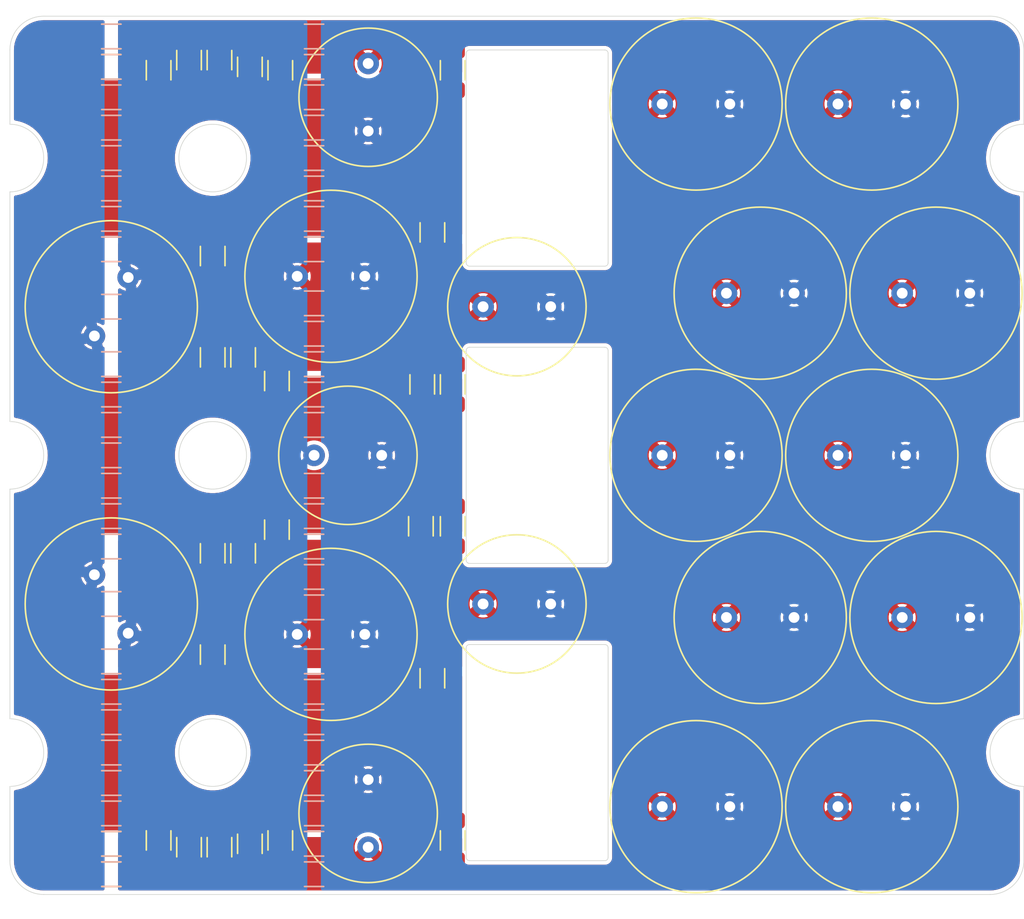
<source format=kicad_pcb>
(kicad_pcb (version 20241229) (generator "pcbnew") (generator_version "9.0")
  (layers (0 "F.Cu" signal) (2 "B.Cu" signal) (13 "F.Paste" user) (15 "B.Paste" user) (5 "F.SilkS" user "F.Silkscreen") (7 "B.SilkS" user "B.Silkscreen") (1 "F.Mask" user) (3 "B.Mask" user) (25 "Edge.Cuts" user))
  (net 0 "")
  (net 1 "VBUS")
  (net 2 "GNDPWR")
  (footprint "Capacitor_THT:C_Radial_D12.5mm_H20.0mm_P5.00mm" (layer "F.Cu") (at 33.75 63.165064 120)
    (property "Reference" "C87" (hide yes))
    (property "Value" "220u")
    (pad "1" thru_hole circle (at 0 0 120) (size 1.6 1.6) (drill 0.8) (layers "*.Cu" "*.Mask") (net 1 "VBUS"))
    (pad "2" thru_hole circle (at 5 0 120) (size 1.6 1.6) (drill 0.8) (layers "*.Cu" "*.Mask") (net 2 "GNDPWR"))
  )
  (footprint "Capacitor_SMD:C_1206_3216Metric" (layer "F.Cu") (at 44.75 44.5 -90)
    (property "Reference" "C63" (hide yes))
    (property "Value" "2u2")
    (pad "1" smd roundrect (at -1.475 0 270) (size 1.15 1.8) (layers "F.Cu" "F.Mask" "F.Paste") (roundrect_rratio 0.217391) (net 1 "VBUS"))
    (pad "2" smd roundrect (at 1.475 0 270) (size 1.15 1.8) (layers "F.Cu" "F.Mask" "F.Paste") (roundrect_rratio 0.217391) (net 2 "GNDPWR"))
  )
  (footprint "Capacitor_SMD:C_1206_3216Metric" (layer "F.Cu") (at 38.25 79 90)
    (property "Reference" "C70" (hide yes))
    (property "Value" "2u2")
    (pad "1" smd roundrect (at -1.475 0 90) (size 1.15 1.8) (layers "F.Cu" "F.Mask" "F.Paste") (roundrect_rratio 0.217391) (net 1 "VBUS"))
    (pad "2" smd roundrect (at 1.475 0 90) (size 1.15 1.8) (layers "F.Cu" "F.Mask" "F.Paste") (roundrect_rratio 0.217391) (net 2 "GNDPWR"))
  )
  (footprint "Capacitor_SMD:C_1206_3216Metric" (layer "F.Cu") (at 57.75 44.75 -90)
    (property "Reference" "C81" (hide yes))
    (property "Value" "2u2")
    (pad "1" smd roundrect (at -1.475001 0 270) (size 1.15 1.8) (layers "F.Cu" "F.Mask" "F.Paste") (roundrect_rratio 0.217391) (net 1 "VBUS"))
    (pad "2" smd roundrect (at 1.475001 0 270) (size 1.15 1.8) (layers "F.Cu" "F.Mask" "F.Paste") (roundrect_rratio 0.217391) (net 2 "GNDPWR"))
  )
  (footprint "Capacitor_THT:C_Radial_D12.5mm_H20.0mm_P5.00mm" (layer "F.Cu") (at 73.25 76)
    (property "Reference" "C99" (hide yes))
    (property "Value" "220u")
    (pad "1" thru_hole circle (at 0 0) (size 1.6 1.6) (drill 0.8) (layers "*.Cu" "*.Mask") (net 1 "VBUS"))
    (pad "2" thru_hole circle (at 5 0) (size 1.6 1.6) (drill 0.8) (layers "*.Cu" "*.Mask") (net 2 "GNDPWR"))
  )
  (footprint "Capacitor_THT:C_Radial_D12.5mm_H20.0mm_P5.00mm" (layer "F.Cu") (at 86.25 76)
    (property "Reference" "C100" (hide yes))
    (property "Value" "220u")
    (pad "1" thru_hole circle (at 0 0) (size 1.6 1.6) (drill 0.8) (layers "*.Cu" "*.Mask") (net 1 "VBUS"))
    (pad "2" thru_hole circle (at 5 0) (size 1.6 1.6) (drill 0.8) (layers "*.Cu" "*.Mask") (net 2 "GNDPWR"))
  )
  (footprint "Capacitor_SMD:C_1206_3216Metric" (layer "F.Cu") (at 44.75 55.5 90)
    (property "Reference" "C62" (hide yes))
    (property "Value" "2u2")
    (pad "1" smd roundrect (at -1.475001 0 90) (size 1.15 1.8) (layers "F.Cu" "F.Mask" "F.Paste") (roundrect_rratio 0.217391) (net 1 "VBUS"))
    (pad "2" smd roundrect (at 1.475001 0 90) (size 1.15 1.8) (layers "F.Cu" "F.Mask" "F.Paste") (roundrect_rratio 0.217391) (net 2 "GNDPWR"))
  )
  (footprint "Capacitor_SMD:C_1206_3216Metric" (layer "F.Cu") (at 56.25 66.5 -90)
    (property "Reference" "C76" (hide yes))
    (property "Value" "2u2")
    (pad "1" smd roundrect (at -1.475001 0 270) (size 1.15 1.8) (layers "F.Cu" "F.Mask" "F.Paste") (roundrect_rratio 0.217391) (net 1 "VBUS"))
    (pad "2" smd roundrect (at 1.475001 0 270) (size 1.15 1.8) (layers "F.Cu" "F.Mask" "F.Paste") (roundrect_rratio 0.217391) (net 2 "GNDPWR"))
  )
  (footprint "Capacitor_SMD:C_1206_3216Metric" (layer "F.Cu") (at 40 35.25 90)
    (property "Reference" "C69" (hide yes))
    (property "Value" "2u2")
    (pad "1" smd roundrect (at -1.475 0 90) (size 1.15 1.8) (layers "F.Cu" "F.Mask" "F.Paste") (roundrect_rratio 0.217391) (net 1 "VBUS"))
    (pad "2" smd roundrect (at 1.475 0 90) (size 1.15 1.8) (layers "F.Cu" "F.Mask" "F.Paste") (roundrect_rratio 0.217391) (net 2 "GNDPWR"))
  )
  (footprint "Capacitor_SMD:C_1206_3216Metric" (layer "F.Cu") (at 36 21.5 -90)
    (property "Reference" "C59" (hide yes))
    (property "Value" "2u2")
    (pad "1" smd roundrect (at -1.475 0 270) (size 1.15 1.8) (layers "F.Cu" "F.Mask" "F.Paste") (roundrect_rratio 0.217391) (net 1 "VBUS"))
    (pad "2" smd roundrect (at 1.475 0 270) (size 1.15 1.8) (layers "F.Cu" "F.Mask" "F.Paste") (roundrect_rratio 0.217391) (net 2 "GNDPWR"))
  )
  (footprint "Capacitor_SMD:C_1206_3216Metric" (layer "F.Cu") (at 57.75 55.25 90)
    (property "Reference" "C79" (hide yes))
    (property "Value" "2u2")
    (pad "1" smd roundrect (at -1.475001 0 90) (size 1.15 1.8) (layers "F.Cu" "F.Mask" "F.Paste") (roundrect_rratio 0.217391) (net 1 "VBUS"))
    (pad "2" smd roundrect (at 1.475001 0 90) (size 1.15 1.8) (layers "F.Cu" "F.Mask" "F.Paste") (roundrect_rratio 0.217391) (net 2 "GNDPWR"))
  )
  (footprint "Capacitor_THT:C_Radial_D12.5mm_H20.0mm_P5.00mm" (layer "F.Cu") (at 78 38)
    (property "Reference" "C92" (hide yes))
    (property "Value" "220u")
    (pad "1" thru_hole circle (at 0 0) (size 1.6 1.6) (drill 0.8) (layers "*.Cu" "*.Mask") (net 1 "VBUS"))
    (pad "2" thru_hole circle (at 5 0) (size 1.6 1.6) (drill 0.8) (layers "*.Cu" "*.Mask") (net 2 "GNDPWR"))
  )
  (footprint "Capacitor_SMD:C_1206_3216Metric" (layer "F.Cu") (at 40 42.75 -90)
    (property "Reference" "C66" (hide yes))
    (property "Value" "2u2")
    (pad "1" smd roundrect (at -1.475 0 270) (size 1.15 1.8) (layers "F.Cu" "F.Mask" "F.Paste") (roundrect_rratio 0.217391) (net 1 "VBUS"))
    (pad "2" smd roundrect (at 1.475 0 270) (size 1.15 1.8) (layers "F.Cu" "F.Mask" "F.Paste") (roundrect_rratio 0.217391) (net 2 "GNDPWR"))
  )
  (footprint "Capacitor_THT:C_Radial_D10.0mm_H20.0mm_P5.00mm" (layer "F.Cu") (at 60 39)
    (property "Reference" "C86" (hide yes))
    (property "Value" "100u")
    (pad "1" thru_hole circle (at 0 0) (size 1.6 1.6) (drill 0.8) (layers "*.Cu" "*.Mask") (net 1 "VBUS"))
    (pad "2" thru_hole circle (at 5 0) (size 1.6 1.6) (drill 0.8) (layers "*.Cu" "*.Mask") (net 2 "GNDPWR"))
  )
  (footprint "Capacitor_SMD:C_1206_3216Metric" (layer "F.Cu") (at 32.5 21.25 180)
    (property "Reference" "C54" (hide yes))
    (property "Value" "2u2")
    (pad "1" smd roundrect (at -1.475 0 180) (size 1.15 1.8) (layers "F.Cu" "F.Mask" "F.Paste") (roundrect_rratio 0.217391) (net 1 "VBUS"))
    (pad "2" smd roundrect (at 1.475 0 180) (size 1.15 1.8) (layers "F.Cu" "F.Mask" "F.Paste") (roundrect_rratio 0.217391) (net 2 "GNDPWR"))
  )
  (footprint "Capacitor_THT:C_Radial_D10.0mm_H20.0mm_P5.00mm" (layer "F.Cu") (at 51.5 21 -90)
    (property "Reference" "C84" (hide yes))
    (property "Value" "100u")
    (pad "1" thru_hole circle (at 0 0 270) (size 1.6 1.6) (drill 0.8) (layers "*.Cu" "*.Mask") (net 1 "VBUS"))
    (pad "2" thru_hole circle (at 5 0 270) (size 1.6 1.6) (drill 0.8) (layers "*.Cu" "*.Mask") (net 2 "GNDPWR"))
  )
  (footprint "Capacitor_SMD:C_1206_3216Metric" (layer "F.Cu") (at 42.75 78.75 90)
    (property "Reference" "C57" (hide yes))
    (property "Value" "2u2")
    (pad "1" smd roundrect (at -1.475 0 90) (size 1.15 1.8) (layers "F.Cu" "F.Mask" "F.Paste") (roundrect_rratio 0.217391) (net 1 "VBUS"))
    (pad "2" smd roundrect (at 1.475 0 90) (size 1.15 1.8) (layers "F.Cu" "F.Mask" "F.Paste") (roundrect_rratio 0.217391) (net 2 "GNDPWR"))
  )
  (footprint "Capacitor_THT:C_Radial_D12.5mm_H20.0mm_P5.00mm" (layer "F.Cu") (at 73.25 50)
    (property "Reference" "C97" (hide yes))
    (property "Value" "220u")
    (pad "1" thru_hole circle (at 0 0) (size 1.6 1.6) (drill 0.8) (layers "*.Cu" "*.Mask") (net 1 "VBUS"))
    (pad "2" thru_hole circle (at 5 0) (size 1.6 1.6) (drill 0.8) (layers "*.Cu" "*.Mask") (net 2 "GNDPWR"))
  )
  (footprint "Capacitor_SMD:C_1206_3216Metric" (layer "F.Cu") (at 32.5 81 180)
    (property "Reference" "C52" (hide yes))
    (property "Value" "2u2")
    (pad "1" smd roundrect (at -1.475 0 180) (size 1.15 1.8) (layers "F.Cu" "F.Mask" "F.Paste") (roundrect_rratio 0.217391) (net 1 "VBUS"))
    (pad "2" smd roundrect (at 1.475 0 180) (size 1.15 1.8) (layers "F.Cu" "F.Mask" "F.Paste") (roundrect_rratio 0.217391) (net 2 "GNDPWR"))
  )
  (footprint "Capacitor_SMD:C_1206_3216Metric" (layer "F.Cu") (at 40.5 79 90)
    (property "Reference" "C71" (hide yes))
    (property "Value" "2u2")
    (pad "1" smd roundrect (at -1.475 0 90) (size 1.15 1.8) (layers "F.Cu" "F.Mask" "F.Paste") (roundrect_rratio 0.217391) (net 1 "VBUS"))
    (pad "2" smd roundrect (at 1.475 0 90) (size 1.15 1.8) (layers "F.Cu" "F.Mask" "F.Paste") (roundrect_rratio 0.217391) (net 2 "GNDPWR"))
  )
  (footprint "Capacitor_THT:C_Radial_D12.5mm_H20.0mm_P5.00mm" (layer "F.Cu") (at 46.25 63.25)
    (property "Reference" "C89" (hide yes))
    (property "Value" "220u")
    (pad "1" thru_hole circle (at 0 0) (size 1.6 1.6) (drill 0.8) (layers "*.Cu" "*.Mask") (net 1 "VBUS"))
    (pad "2" thru_hole circle (at 5 0) (size 1.6 1.6) (drill 0.8) (layers "*.Cu" "*.Mask") (net 2 "GNDPWR"))
  )
  (footprint "Capacitor_THT:C_Radial_D10.0mm_H20.0mm_P5.00mm" (layer "F.Cu") (at 60 61)
    (property "Reference" "C85" (hide yes))
    (property "Value" "100u")
    (pad "1" thru_hole circle (at 0 0) (size 1.6 1.6) (drill 0.8) (layers "*.Cu" "*.Mask") (net 1 "VBUS"))
    (pad "2" thru_hole circle (at 5 0) (size 1.6 1.6) (drill 0.8) (layers "*.Cu" "*.Mask") (net 2 "GNDPWR"))
  )
  (footprint "Capacitor_SMD:C_1206_3216Metric" (layer "F.Cu") (at 57.75 78.5 90)
    (property "Reference" "C74" (hide yes))
    (property "Value" "2u2")
    (pad "1" smd roundrect (at -1.475001 0 90) (size 1.15 1.8) (layers "F.Cu" "F.Mask" "F.Paste") (roundrect_rratio 0.217391) (net 1 "VBUS"))
    (pad "2" smd roundrect (at 1.475001 0 90) (size 1.15 1.8) (layers "F.Cu" "F.Mask" "F.Paste") (roundrect_rratio 0.217391) (net 2 "GNDPWR"))
  )
  (footprint "Capacitor_THT:C_Radial_D12.5mm_H20.0mm_P5.00mm" (layer "F.Cu") (at 91 62)
    (property "Reference" "C93" (hide yes))
    (property "Value" "220u")
    (pad "1" thru_hole circle (at 0 0) (size 1.6 1.6) (drill 0.8) (layers "*.Cu" "*.Mask") (net 1 "VBUS"))
    (pad "2" thru_hole circle (at 5 0) (size 1.6 1.6) (drill 0.8) (layers "*.Cu" "*.Mask") (net 2 "GNDPWR"))
  )
  (footprint "Capacitor_SMD:C_1206_3216Metric" (layer "F.Cu") (at 42.25 57.25 90)
    (property "Reference" "C65" (hide yes))
    (property "Value" "2u2")
    (pad "1" smd roundrect (at -1.475001 0 90) (size 1.15 1.8) (layers "F.Cu" "F.Mask" "F.Paste") (roundrect_rratio 0.217391) (net 1 "VBUS"))
    (pad "2" smd roundrect (at 1.475001 0 90) (size 1.15 1.8) (layers "F.Cu" "F.Mask" "F.Paste") (roundrect_rratio 0.217391) (net 2 "GNDPWR"))
  )
  (footprint "Capacitor_SMD:C_1206_3216Metric" (layer "F.Cu") (at 42.25 42.75 -90)
    (property "Reference" "C67" (hide yes))
    (property "Value" "2u2")
    (pad "1" smd roundrect (at -1.475001 0 270) (size 1.15 1.8) (layers "F.Cu" "F.Mask" "F.Paste") (roundrect_rratio 0.217391) (net 1 "VBUS"))
    (pad "2" smd roundrect (at 1.475001 0 270) (size 1.15 1.8) (layers "F.Cu" "F.Mask" "F.Paste") (roundrect_rratio 0.217391) (net 2 "GNDPWR"))
  )
  (footprint "Capacitor_THT:C_Radial_D12.5mm_H20.0mm_P5.00mm" (layer "F.Cu") (at 78 62)
    (property "Reference" "C91" (hide yes))
    (property "Value" "220u")
    (pad "1" thru_hole circle (at 0 0) (size 1.6 1.6) (drill 0.8) (layers "*.Cu" "*.Mask") (net 1 "VBUS"))
    (pad "2" thru_hole circle (at 5 0) (size 1.6 1.6) (drill 0.8) (layers "*.Cu" "*.Mask") (net 2 "GNDPWR"))
  )
  (footprint "Capacitor_THT:C_Radial_D10.0mm_H20.0mm_P5.00mm" (layer "F.Cu") (at 51.5 79 90)
    (property "Reference" "C82" (hide yes))
    (property "Value" "100u")
    (pad "1" thru_hole circle (at 0 0 90) (size 1.6 1.6) (drill 0.8) (layers "*.Cu" "*.Mask") (net 1 "VBUS"))
    (pad "2" thru_hole circle (at 5 0 90) (size 1.6 1.6) (drill 0.8) (layers "*.Cu" "*.Mask") (net 2 "GNDPWR"))
  )
  (footprint "Capacitor_SMD:C_1206_3216Metric" (layer "F.Cu") (at 40 57.25 90)
    (property "Reference" "C64" (hide yes))
    (property "Value" "2u2")
    (pad "1" smd roundrect (at -1.475001 0 90) (size 1.15 1.8) (layers "F.Cu" "F.Mask" "F.Paste") (roundrect_rratio 0.217391) (net 1 "VBUS"))
    (pad "2" smd roundrect (at 1.475001 0 90) (size 1.15 1.8) (layers "F.Cu" "F.Mask" "F.Paste") (roundrect_rratio 0.217391) (net 2 "GNDPWR"))
  )
  (footprint "Capacitor_SMD:C_1206_3216Metric" (layer "F.Cu") (at 40.5 20.75 -90)
    (property "Reference" "C73" (hide yes))
    (property "Value" "2u2")
    (pad "1" smd roundrect (at -1.475 0 270) (size 1.15 1.8) (layers "F.Cu" "F.Mask" "F.Paste") (roundrect_rratio 0.217391) (net 1 "VBUS"))
    (pad "2" smd roundrect (at 1.475 0 270) (size 1.15 1.8) (layers "F.Cu" "F.Mask" "F.Paste") (roundrect_rratio 0.217391) (net 2 "GNDPWR"))
  )
  (footprint "Capacitor_SMD:C_1206_3216Metric" (layer "F.Cu") (at 56.25 33.5 90)
    (property "Reference" "C77" (hide yes))
    (property "Value" "2u2")
    (pad "1" smd roundrect (at -1.475001 0 90) (size 1.15 1.8) (layers "F.Cu" "F.Mask" "F.Paste") (roundrect_rratio 0.217391) (net 1 "VBUS"))
    (pad "2" smd roundrect (at 1.475001 0 90) (size 1.15 1.8) (layers "F.Cu" "F.Mask" "F.Paste") (roundrect_rratio 0.217391) (net 2 "GNDPWR"))
  )
  (footprint "Capacitor_THT:C_Radial_D12.5mm_H20.0mm_P5.00mm" (layer "F.Cu") (at 86.25 50)
    (property "Reference" "C98" (hide yes))
    (property "Value" "220u")
    (pad "1" thru_hole circle (at 0 0) (size 1.6 1.6) (drill 0.8) (layers "*.Cu" "*.Mask") (net 1 "VBUS"))
    (pad "2" thru_hole circle (at 5 0) (size 1.6 1.6) (drill 0.8) (layers "*.Cu" "*.Mask") (net 2 "GNDPWR"))
  )
  (footprint "Capacitor_SMD:C_1206_3216Metric" (layer "F.Cu") (at 32.5 78.75 180)
    (property "Reference" "C53" (hide yes))
    (property "Value" "2u2")
    (pad "1" smd roundrect (at -1.475 0 180) (size 1.15 1.8) (layers "F.Cu" "F.Mask" "F.Paste") (roundrect_rratio 0.217391) (net 1 "VBUS"))
    (pad "2" smd roundrect (at 1.475 0 180) (size 1.15 1.8) (layers "F.Cu" "F.Mask" "F.Paste") (roundrect_rratio 0.217391) (net 2 "GNDPWR"))
  )
  (footprint "Capacitor_SMD:C_1206_3216Metric" (layer "F.Cu") (at 45 21.5 -90)
    (property "Reference" "C61" (hide yes))
    (property "Value" "2u2")
    (pad "1" smd roundrect (at -1.475 0 270) (size 1.15 1.8) (layers "F.Cu" "F.Mask" "F.Paste") (roundrect_rratio 0.217391) (net 1 "VBUS"))
    (pad "2" smd roundrect (at 1.475 0 270) (size 1.15 1.8) (layers "F.Cu" "F.Mask" "F.Paste") (roundrect_rratio 0.217391) (net 2 "GNDPWR"))
  )
  (footprint "Capacitor_THT:C_Radial_D12.5mm_H20.0mm_P5.00mm" (layer "F.Cu") (at 91 38)
    (property "Reference" "C94" (hide yes))
    (property "Value" "220u")
    (pad "1" thru_hole circle (at 0 0) (size 1.6 1.6) (drill 0.8) (layers "*.Cu" "*.Mask") (net 1 "VBUS"))
    (pad "2" thru_hole circle (at 5 0) (size 1.6 1.6) (drill 0.8) (layers "*.Cu" "*.Mask") (net 2 "GNDPWR"))
  )
  (footprint "Capacitor_SMD:C_1206_3216Metric" (layer "F.Cu") (at 45 78.5 90)
    (property "Reference" "C58" (hide yes))
    (property "Value" "2u2")
    (pad "1" smd roundrect (at -1.475 0 90) (size 1.15 1.8) (layers "F.Cu" "F.Mask" "F.Paste") (roundrect_rratio 0.217391) (net 1 "VBUS"))
    (pad "2" smd roundrect (at 1.475 0 90) (size 1.15 1.8) (layers "F.Cu" "F.Mask" "F.Paste") (roundrect_rratio 0.217391) (net 2 "GNDPWR"))
  )
  (footprint "Capacitor_SMD:C_1206_3216Metric" (layer "F.Cu") (at 42.75 21.25 -90)
    (property "Reference" "C60" (hide yes))
    (property "Value" "2u2")
    (pad "1" smd roundrect (at -1.475 0 270) (size 1.15 1.8) (layers "F.Cu" "F.Mask" "F.Paste") (roundrect_rratio 0.217391) (net 1 "VBUS"))
    (pad "2" smd roundrect (at 1.475 0 270) (size 1.15 1.8) (layers "F.Cu" "F.Mask" "F.Paste") (roundrect_rratio 0.217391) (net 2 "GNDPWR"))
  )
  (footprint "Capacitor_SMD:C_1206_3216Metric" (layer "F.Cu") (at 40 64.75 -90)
    (property "Reference" "C68" (hide yes))
    (property "Value" "2u2")
    (pad "1" smd roundrect (at -1.475001 0 270) (size 1.15 1.8) (layers "F.Cu" "F.Mask" "F.Paste") (roundrect_rratio 0.217391) (net 1 "VBUS"))
    (pad "2" smd roundrect (at 1.475001 0 270) (size 1.15 1.8) (layers "F.Cu" "F.Mask" "F.Paste") (roundrect_rratio 0.217391) (net 2 "GNDPWR"))
  )
  (footprint "Capacitor_SMD:C_1206_3216Metric" (layer "F.Cu") (at 38.25 20.75 -90)
    (property "Reference" "C72" (hide yes))
    (property "Value" "2u2")
    (pad "1" smd roundrect (at -1.475001 0 270) (size 1.15 1.8) (layers "F.Cu" "F.Mask" "F.Paste") (roundrect_rratio 0.217391) (net 1 "VBUS"))
    (pad "2" smd roundrect (at 1.475001 0 270) (size 1.15 1.8) (layers "F.Cu" "F.Mask" "F.Paste") (roundrect_rratio 0.217391) (net 2 "GNDPWR"))
  )
  (footprint "Capacitor_THT:C_Radial_D12.5mm_H20.0mm_P5.00mm" (layer "F.Cu") (at 46.25 36.75)
    (property "Reference" "C90" (hide yes))
    (property "Value" "220u")
    (pad "1" thru_hole circle (at 0 0) (size 1.6 1.6) (drill 0.8) (layers "*.Cu" "*.Mask") (net 1 "VBUS"))
    (pad "2" thru_hole circle (at 5 0) (size 1.6 1.6) (drill 0.8) (layers "*.Cu" "*.Mask") (net 2 "GNDPWR"))
  )
  (footprint "Capacitor_SMD:C_1206_3216Metric" (layer "F.Cu") (at 36 78.5 90)
    (property "Reference" "C56" (hide yes))
    (property "Value" "2u2")
    (pad "1" smd roundrect (at -1.475 0 90) (size 1.15 1.8) (layers "F.Cu" "F.Mask" "F.Paste") (roundrect_rratio 0.217391) (net 1 "VBUS"))
    (pad "2" smd roundrect (at 1.475 0 90) (size 1.15 1.8) (layers "F.Cu" "F.Mask" "F.Paste") (roundrect_rratio 0.217391) (net 2 "GNDPWR"))
  )
  (footprint "Capacitor_SMD:C_1206_3216Metric" (layer "F.Cu") (at 32.5 19 180)
    (property "Reference" "C55" (hide yes))
    (property "Value" "2u2")
    (pad "1" smd roundrect (at -1.475 0 180) (size 1.15 1.8) (layers "F.Cu" "F.Mask" "F.Paste") (roundrect_rratio 0.217391) (net 1 "VBUS"))
    (pad "2" smd roundrect (at 1.475 0 180) (size 1.15 1.8) (layers "F.Cu" "F.Mask" "F.Paste") (roundrect_rratio 0.217391) (net 2 "GNDPWR"))
  )
  (footprint "Capacitor_SMD:C_1206_3216Metric" (layer "F.Cu") (at 55.5 44.75 -90)
    (property "Reference" "C80" (hide yes))
    (property "Value" "2u2")
    (pad "1" smd roundrect (at -1.475001 0 270) (size 1.15 1.8) (layers "F.Cu" "F.Mask" "F.Paste") (roundrect_rratio 0.217391) (net 1 "VBUS"))
    (pad "2" smd roundrect (at 1.475001 0 270) (size 1.15 1.8) (layers "F.Cu" "F.Mask" "F.Paste") (roundrect_rratio 0.217391) (net 2 "GNDPWR"))
  )
  (footprint "Capacitor_THT:C_Radial_D12.5mm_H20.0mm_P5.00mm" (layer "F.Cu") (at 73.25 24)
    (property "Reference" "C95" (hide yes))
    (property "Value" "220u")
    (pad "1" thru_hole circle (at 0 0) (size 1.6 1.6) (drill 0.8) (layers "*.Cu" "*.Mask") (net 1 "VBUS"))
    (pad "2" thru_hole circle (at 5 0) (size 1.6 1.6) (drill 0.8) (layers "*.Cu" "*.Mask") (net 2 "GNDPWR"))
  )
  (footprint "Capacitor_THT:C_Radial_D12.5mm_H20.0mm_P5.00mm" (layer "F.Cu") (at 86.25 24)
    (property "Reference" "C96" (hide yes))
    (property "Value" "220u")
    (pad "1" thru_hole circle (at 0 0) (size 1.6 1.6) (drill 0.8) (layers "*.Cu" "*.Mask") (net 1 "VBUS"))
    (pad "2" thru_hole circle (at 5 0) (size 1.6 1.6) (drill 0.8) (layers "*.Cu" "*.Mask") (net 2 "GNDPWR"))
  )
  (footprint "Capacitor_SMD:C_1206_3216Metric" (layer "F.Cu") (at 55.4 55.25 90)
    (property "Reference" "C78" (hide yes))
    (property "Value" "2u2")
    (pad "1" smd roundrect (at -1.475001 0 90) (size 1.15 1.8) (layers "F.Cu" "F.Mask" "F.Paste") (roundrect_rratio 0.217391) (net 1 "VBUS"))
    (pad "2" smd roundrect (at 1.475001 0 90) (size 1.15 1.8) (layers "F.Cu" "F.Mask" "F.Paste") (roundrect_rratio 0.217391) (net 2 "GNDPWR"))
  )
  (footprint "Capacitor_SMD:C_1206_3216Metric" (layer "F.Cu") (at 57.75 21.5 -90)
    (property "Reference" "C75" (hide yes))
    (property "Value" "2u2")
    (pad "1" smd roundrect (at -1.475 0 270) (size 1.15 1.8) (layers "F.Cu" "F.Mask" "F.Paste") (roundrect_rratio 0.217391) (net 1 "VBUS"))
    (pad "2" smd roundrect (at 1.475 0 270) (size 1.15 1.8) (layers "F.Cu" "F.Mask" "F.Paste") (roundrect_rratio 0.217391) (net 2 "GNDPWR"))
  )
  (footprint "Capacitor_THT:C_Radial_D12.5mm_H20.0mm_P5.00mm" (layer "F.Cu") (at 33.75 36.834936 -120)
    (property "Reference" "C88" (hide yes))
    (property "Value" "220u")
    (pad "1" thru_hole circle (at 0 0 240) (size 1.6 1.6) (drill 0.8) (layers "*.Cu" "*.Mask") (net 1 "VBUS"))
    (pad "2" thru_hole circle (at 5 0 240) (size 1.6 1.6) (drill 0.8) (layers "*.Cu" "*.Mask") (net 2 "GNDPWR"))
  )
  (footprint "Capacitor_THT:C_Radial_D10.0mm_H20.0mm_P5.00mm" (layer "F.Cu") (at 47.5 50)
    (property "Reference" "C83" (hide yes))
    (property "Value" "100u")
    (pad "1" thru_hole circle (at 0 0) (size 1.6 1.6) (drill 0.8) (layers "*.Cu" "*.Mask") (net 1 "VBUS"))
    (pad "2" thru_hole circle (at 5 0) (size 1.6 1.6) (drill 0.8) (layers "*.Cu" "*.Mask") (net 2 "GNDPWR"))
  )
  (footprint "Capacitor_SMD:C_1206_3216Metric" (layer "B.Cu") (at 32.5 67.5 180)
    (property "Reference" "C7" (hide yes))
    (property "Value" "2u2")
    (pad "1" smd roundrect (at -1.475 0 180) (size 1.15 1.8) (layers "B.Cu" "B.Mask" "B.Paste") (roundrect_rratio 0.217391) (net 1 "VBUS"))
    (pad "2" smd roundrect (at 1.475 0 180) (size 1.15 1.8) (layers "B.Cu" "B.Mask" "B.Paste") (roundrect_rratio 0.217391) (net 2 "GNDPWR"))
  )
  (footprint "Capacitor_SMD:C_1206_3216Metric" (layer "B.Cu") (at 47.5 74.25)
    (property "Reference" "C29" (hide yes))
    (property "Value" "2u2")
    (pad "1" smd roundrect (at -1.475 0) (size 1.15 1.8) (layers "B.Cu" "B.Mask" "B.Paste") (roundrect_rratio 0.217391) (net 1 "VBUS"))
    (pad "2" smd roundrect (at 1.475 0) (size 1.15 1.8) (layers "B.Cu" "B.Mask" "B.Paste") (roundrect_rratio 0.217391) (net 2 "GNDPWR"))
  )
  (footprint "Capacitor_SMD:C_1206_3216Metric" (layer "B.Cu") (at 32.5 25.75 180)
    (property "Reference" "C22" (hide yes))
    (property "Value" "2u2")
    (pad "1" smd roundrect (at -1.475001 0 180) (size 1.15 1.8) (layers "B.Cu" "B.Mask" "B.Paste") (roundrect_rratio 0.217391) (net 1 "VBUS"))
    (pad "2" smd roundrect (at 1.475001 0 180) (size 1.15 1.8) (layers "B.Cu" "B.Mask" "B.Paste") (roundrect_rratio 0.217391) (net 2 "GNDPWR"))
  )
  (footprint "Capacitor_SMD:C_1206_3216Metric" (layer "B.Cu") (at 47.5 61.25)
    (property "Reference" "C34" (hide yes))
    (property "Value" "2u2")
    (pad "1" smd roundrect (at -1.475 0) (size 1.15 1.8) (layers "B.Cu" "B.Mask" "B.Paste") (roundrect_rratio 0.217391) (net 1 "VBUS"))
    (pad "2" smd roundrect (at 1.475 0) (size 1.15 1.8) (layers "B.Cu" "B.Mask" "B.Paste") (roundrect_rratio 0.217391) (net 2 "GNDPWR"))
  )
  (footprint "Capacitor_SMD:C_1206_3216Metric" (layer "B.Cu") (at 47.5 52.25)
    (property "Reference" "C38" (hide yes))
    (property "Value" "2u2")
    (pad "1" smd roundrect (at -1.475 0) (size 1.15 1.8) (layers "B.Cu" "B.Mask" "B.Paste") (roundrect_rratio 0.217391) (net 1 "VBUS"))
    (pad "2" smd roundrect (at 1.475 0) (size 1.15 1.8) (layers "B.Cu" "B.Mask" "B.Paste") (roundrect_rratio 0.217391) (net 2 "GNDPWR"))
  )
  (footprint "Capacitor_SMD:C_1206_3216Metric" (layer "B.Cu") (at 47.5 65.25)
    (property "Reference" "C33" (hide yes))
    (property "Value" "2u2")
    (pad "1" smd roundrect (at -1.475 0) (size 1.15 1.8) (layers "B.Cu" "B.Mask" "B.Paste") (roundrect_rratio 0.217391) (net 1 "VBUS"))
    (pad "2" smd roundrect (at 1.475 0) (size 1.15 1.8) (layers "B.Cu" "B.Mask" "B.Paste") (roundrect_rratio 0.217391) (net 2 "GNDPWR"))
  )
  (footprint "Capacitor_SMD:C_1206_3216Metric" (layer "B.Cu") (at 47.5 45.5)
    (property "Reference" "C40" (hide yes))
    (property "Value" "2u2")
    (pad "1" smd roundrect (at -1.475 0) (size 1.15 1.8) (layers "B.Cu" "B.Mask" "B.Paste") (roundrect_rratio 0.217391) (net 1 "VBUS"))
    (pad "2" smd roundrect (at 1.475 0) (size 1.15 1.8) (layers "B.Cu" "B.Mask" "B.Paste") (roundrect_rratio 0.217391) (net 2 "GNDPWR"))
  )
  (footprint "Capacitor_SMD:C_1206_3216Metric" (layer "B.Cu") (at 47.5 78.75)
    (property "Reference" "C27" (hide yes))
    (property "Value" "2u2")
    (pad "1" smd roundrect (at -1.475 0) (size 1.15 1.8) (layers "B.Cu" "B.Mask" "B.Paste") (roundrect_rratio 0.217391) (net 1 "VBUS"))
    (pad "2" smd roundrect (at 1.475 0) (size 1.15 1.8) (layers "B.Cu" "B.Mask" "B.Paste") (roundrect_rratio 0.217391) (net 2 "GNDPWR"))
  )
  (footprint "Capacitor_SMD:C_1206_3216Metric" (layer "B.Cu") (at 47.5 72)
    (property "Reference" "C30" (hide yes))
    (property "Value" "2u2")
    (pad "1" smd roundrect (at -1.475 0) (size 1.15 1.8) (layers "B.Cu" "B.Mask" "B.Paste") (roundrect_rratio 0.217391) (net 1 "VBUS"))
    (pad "2" smd roundrect (at 1.475 0) (size 1.15 1.8) (layers "B.Cu" "B.Mask" "B.Paste") (roundrect_rratio 0.217391) (net 2 "GNDPWR"))
  )
  (footprint "Capacitor_SMD:C_1206_3216Metric" (layer "B.Cu") (at 32.5 39 180)
    (property "Reference" "C17" (hide yes))
    (property "Value" "2u2")
    (pad "1" smd roundrect (at -1.475 0 180) (size 1.15 1.8) (layers "B.Cu" "B.Mask" "B.Paste") (roundrect_rratio 0.217391) (net 1 "VBUS"))
    (pad "2" smd roundrect (at 1.475 0 180) (size 1.15 1.8) (layers "B.Cu" "B.Mask" "B.Paste") (roundrect_rratio 0.217391) (net 2 "GNDPWR"))
  )
  (footprint "Capacitor_SMD:C_1206_3216Metric" (layer "B.Cu") (at 47.5 23.5)
    (property "Reference" "C49" (hide yes))
    (property "Value" "2u2")
    (pad "1" smd roundrect (at -1.475 0) (size 1.15 1.8) (layers "B.Cu" "B.Mask" "B.Paste") (roundrect_rratio 0.217391) (net 1 "VBUS"))
    (pad "2" smd roundrect (at 1.475 0) (size 1.15 1.8) (layers "B.Cu" "B.Mask" "B.Paste") (roundrect_rratio 0.217391) (net 2 "GNDPWR"))
  )
  (footprint "Capacitor_SMD:C_1206_3216Metric" (layer "B.Cu") (at 47.5 21.25)
    (property "Reference" "C50" (hide yes))
    (property "Value" "2u2")
    (pad "1" smd roundrect (at -1.475 0) (size 1.15 1.8) (layers "B.Cu" "B.Mask" "B.Paste") (roundrect_rratio 0.217391) (net 1 "VBUS"))
    (pad "2" smd roundrect (at 1.475 0) (size 1.15 1.8) (layers "B.Cu" "B.Mask" "B.Paste") (roundrect_rratio 0.217391) (net 2 "GNDPWR"))
  )
  (footprint "Capacitor_SMD:C_1206_3216Metric" (layer "B.Cu") (at 32.5 34.75 180)
    (property "Reference" "C18" (hide yes))
    (property "Value" "2u2")
    (pad "1" smd roundrect (at -1.475 0 180) (size 1.15 1.8) (layers "B.Cu" "B.Mask" "B.Paste") (roundrect_rratio 0.217391) (net 1 "VBUS"))
    (pad "2" smd roundrect (at 1.475 0 180) (size 1.15 1.8) (layers "B.Cu" "B.Mask" "B.Paste") (roundrect_rratio 0.217391) (net 2 "GNDPWR"))
  )
  (footprint "Capacitor_SMD:C_1206_3216Metric" (layer "B.Cu") (at 47.5 41)
    (property "Reference" "C42" (hide yes))
    (property "Value" "2u2")
    (pad "1" smd roundrect (at -1.475 0) (size 1.15 1.8) (layers "B.Cu" "B.Mask" "B.Paste") (roundrect_rratio 0.217391) (net 1 "VBUS"))
    (pad "2" smd roundrect (at 1.475 0) (size 1.15 1.8) (layers "B.Cu" "B.Mask" "B.Paste") (roundrect_rratio 0.217391) (net 2 "GNDPWR"))
  )
  (footprint "Capacitor_SMD:C_1206_3216Metric" (layer "B.Cu") (at 32.5 61 180)
    (property "Reference" "C9" (hide yes))
    (property "Value" "2u2")
    (pad "1" smd roundrect (at -1.475 0 180) (size 1.15 1.8) (layers "B.Cu" "B.Mask" "B.Paste") (roundrect_rratio 0.217391) (net 1 "VBUS"))
    (pad "2" smd roundrect (at 1.475 0 180) (size 1.15 1.8) (layers "B.Cu" "B.Mask" "B.Paste") (roundrect_rratio 0.217391) (net 2 "GNDPWR"))
  )
  (footprint "Capacitor_SMD:C_1206_3216Metric" (layer "B.Cu") (at 32.5 28 180)
    (property "Reference" "C21" (hide yes))
    (property "Value" "2u2")
    (pad "1" smd roundrect (at -1.475001 0 180) (size 1.15 1.8) (layers "B.Cu" "B.Mask" "B.Paste") (roundrect_rratio 0.217391) (net 1 "VBUS"))
    (pad "2" smd roundrect (at 1.475001 0 180) (size 1.15 1.8) (layers "B.Cu" "B.Mask" "B.Paste") (roundrect_rratio 0.217391) (net 2 "GNDPWR"))
  )
  (footprint "Capacitor_SMD:C_1206_3216Metric" (layer "B.Cu") (at 32.5 52.25 180)
    (property "Reference" "C12" (hide yes))
    (property "Value" "2u2")
    (pad "1" smd roundrect (at -1.475 0 180) (size 1.15 1.8) (layers "B.Cu" "B.Mask" "B.Paste") (roundrect_rratio 0.217391) (net 1 "VBUS"))
    (pad "2" smd roundrect (at 1.475 0 180) (size 1.15 1.8) (layers "B.Cu" "B.Mask" "B.Paste") (roundrect_rratio 0.217391) (net 2 "GNDPWR"))
  )
  (footprint "Capacitor_SMD:C_1206_3216Metric" (layer "B.Cu") (at 32.5 72 180)
    (property "Reference" "C5" (hide yes))
    (property "Value" "2u2")
    (pad "1" smd roundrect (at -1.475 0 180) (size 1.15 1.8) (layers "B.Cu" "B.Mask" "B.Paste") (roundrect_rratio 0.217391) (net 1 "VBUS"))
    (pad "2" smd roundrect (at 1.475 0 180) (size 1.15 1.8) (layers "B.Cu" "B.Mask" "B.Paste") (roundrect_rratio 0.217391) (net 2 "GNDPWR"))
  )
  (footprint "Capacitor_SMD:C_1206_3216Metric" (layer "B.Cu") (at 47.5 81)
    (property "Reference" "C26" (hide yes))
    (property "Value" "2u2")
    (pad "1" smd roundrect (at -1.475 0) (size 1.15 1.8) (layers "B.Cu" "B.Mask" "B.Paste") (roundrect_rratio 0.217391) (net 1 "VBUS"))
    (pad "2" smd roundrect (at 1.475 0) (size 1.15 1.8) (layers "B.Cu" "B.Mask" "B.Paste") (roundrect_rratio 0.217391) (net 2 "GNDPWR"))
  )
  (footprint "Capacitor_SMD:C_1206_3216Metric" (layer "B.Cu") (at 32.5 47.75 180)
    (property "Reference" "C14" (hide yes))
    (property "Value" "2u2")
    (pad "1" smd roundrect (at -1.475 0 180) (size 1.15 1.8) (layers "B.Cu" "B.Mask" "B.Paste") (roundrect_rratio 0.217391) (net 1 "VBUS"))
    (pad "2" smd roundrect (at 1.475 0 180) (size 1.15 1.8) (layers "B.Cu" "B.Mask" "B.Paste") (roundrect_rratio 0.217391) (net 2 "GNDPWR"))
  )
  (footprint "Capacitor_SMD:C_1206_3216Metric" (layer "B.Cu") (at 47.5 19)
    (property "Reference" "C51" (hide yes))
    (property "Value" "2u2")
    (pad "1" smd roundrect (at -1.475 0) (size 1.15 1.8) (layers "B.Cu" "B.Mask" "B.Paste") (roundrect_rratio 0.217391) (net 1 "VBUS"))
    (pad "2" smd roundrect (at 1.475 0) (size 1.15 1.8) (layers "B.Cu" "B.Mask" "B.Paste") (roundrect_rratio 0.217391) (net 2 "GNDPWR"))
  )
  (footprint "Capacitor_SMD:C_1206_3216Metric" (layer "B.Cu") (at 32.5 69.75 180)
    (property "Reference" "C6" (hide yes))
    (property "Value" "2u2")
    (pad "1" smd roundrect (at -1.475 0 180) (size 1.15 1.8) (layers "B.Cu" "B.Mask" "B.Paste") (roundrect_rratio 0.217391) (net 1 "VBUS"))
    (pad "2" smd roundrect (at 1.475 0 180) (size 1.15 1.8) (layers "B.Cu" "B.Mask" "B.Paste") (roundrect_rratio 0.217391) (net 2 "GNDPWR"))
  )
  (footprint "Capacitor_SMD:C_1206_3216Metric" (layer "B.Cu") (at 32.5 21.25 180)
    (property "Reference" "C24" (hide yes))
    (property "Value" "2u2")
    (pad "1" smd roundrect (at -1.475001 0 180) (size 1.15 1.8) (layers "B.Cu" "B.Mask" "B.Paste") (roundrect_rratio 0.217391) (net 1 "VBUS"))
    (pad "2" smd roundrect (at 1.475001 0 180) (size 1.15 1.8) (layers "B.Cu" "B.Mask" "B.Paste") (roundrect_rratio 0.217391) (net 2 "GNDPWR"))
  )
  (footprint "Capacitor_SMD:C_1206_3216Metric" (layer "B.Cu") (at 32.5 30.25 180)
    (property "Reference" "C20" (hide yes))
    (property "Value" "2u2")
    (pad "1" smd roundrect (at -1.475 0 180) (size 1.15 1.8) (layers "B.Cu" "B.Mask" "B.Paste") (roundrect_rratio 0.217391) (net 1 "VBUS"))
    (pad "2" smd roundrect (at 1.475 0 180) (size 1.15 1.8) (layers "B.Cu" "B.Mask" "B.Paste") (roundrect_rratio 0.217391) (net 2 "GNDPWR"))
  )
  (footprint "Capacitor_SMD:C_1206_3216Metric" (layer "B.Cu") (at 32.5 45.5 180)
    (property "Reference" "C15" (hide yes))
    (property "Value" "2u2")
    (pad "1" smd roundrect (at -1.475 0 180) (size 1.15 1.8) (layers "B.Cu" "B.Mask" "B.Paste") (roundrect_rratio 0.217391) (net 1 "VBUS"))
    (pad "2" smd roundrect (at 1.475 0 180) (size 1.15 1.8) (layers "B.Cu" "B.Mask" "B.Paste") (roundrect_rratio 0.217391) (net 2 "GNDPWR"))
  )
  (footprint "Capacitor_SMD:C_1206_3216Metric" (layer "B.Cu") (at 32.5 50 180)
    (property "Reference" "C13" (hide yes))
    (property "Value" "2u2")
    (pad "1" smd roundrect (at -1.475 0 180) (size 1.15 1.8) (layers "B.Cu" "B.Mask" "B.Paste") (roundrect_rratio 0.217391) (net 1 "VBUS"))
    (pad "2" smd roundrect (at 1.475 0 180) (size 1.15 1.8) (layers "B.Cu" "B.Mask" "B.Paste") (roundrect_rratio 0.217391) (net 2 "GNDPWR"))
  )
  (footprint "Capacitor_SMD:C_1206_3216Metric" (layer "B.Cu") (at 47.5 69.75)
    (property "Reference" "C31" (hide yes))
    (property "Value" "2u2")
    (pad "1" smd roundrect (at -1.475 0) (size 1.15 1.8) (layers "B.Cu" "B.Mask" "B.Paste") (roundrect_rratio 0.217391) (net 1 "VBUS"))
    (pad "2" smd roundrect (at 1.475 0) (size 1.15 1.8) (layers "B.Cu" "B.Mask" "B.Paste") (roundrect_rratio 0.217391) (net 2 "GNDPWR"))
  )
  (footprint "Capacitor_SMD:C_1206_3216Metric" (layer "B.Cu") (at 47.5 56.75)
    (property "Reference" "C36" (hide yes))
    (property "Value" "2u2")
    (pad "1" smd roundrect (at -1.475 0) (size 1.15 1.8) (layers "B.Cu" "B.Mask" "B.Paste") (roundrect_rratio 0.217391) (net 1 "VBUS"))
    (pad "2" smd roundrect (at 1.475 0) (size 1.15 1.8) (layers "B.Cu" "B.Mask" "B.Paste") (roundrect_rratio 0.217391) (net 2 "GNDPWR"))
  )
  (footprint "Capacitor_SMD:C_1206_3216Metric" (layer "B.Cu") (at 47.5 67.5)
    (property "Reference" "C32" (hide yes))
    (property "Value" "2u2")
    (pad "1" smd roundrect (at -1.475 0) (size 1.15 1.8) (layers "B.Cu" "B.Mask" "B.Paste") (roundrect_rratio 0.217391) (net 1 "VBUS"))
    (pad "2" smd roundrect (at 1.475 0) (size 1.15 1.8) (layers "B.Cu" "B.Mask" "B.Paste") (roundrect_rratio 0.217391) (net 2 "GNDPWR"))
  )
  (footprint "Capacitor_SMD:C_1206_3216Metric" (layer "B.Cu") (at 47.5 43.25)
    (property "Reference" "C41" (hide yes))
    (property "Value" "2u2")
    (pad "1" smd roundrect (at -1.475 0) (size 1.15 1.8) (layers "B.Cu" "B.Mask" "B.Paste") (roundrect_rratio 0.217391) (net 1 "VBUS"))
    (pad "2" smd roundrect (at 1.475 0) (size 1.15 1.8) (layers "B.Cu" "B.Mask" "B.Paste") (roundrect_rratio 0.217391) (net 2 "GNDPWR"))
  )
  (footprint "Capacitor_SMD:C_1206_3216Metric" (layer "B.Cu") (at 47.5 34.75)
    (property "Reference" "C44" (hide yes))
    (property "Value" "2u2")
    (pad "1" smd roundrect (at -1.475 0) (size 1.15 1.8) (layers "B.Cu" "B.Mask" "B.Paste") (roundrect_rratio 0.217391) (net 1 "VBUS"))
    (pad "2" smd roundrect (at 1.475 0) (size 1.15 1.8) (layers "B.Cu" "B.Mask" "B.Paste") (roundrect_rratio 0.217391) (net 2 "GNDPWR"))
  )
  (footprint "Capacitor_SMD:C_1206_3216Metric" (layer "B.Cu") (at 47.5 30.25)
    (property "Reference" "C46" (hide yes))
    (property "Value" "2u2")
    (pad "1" smd roundrect (at -1.475 0) (size 1.15 1.8) (layers "B.Cu" "B.Mask" "B.Paste") (roundrect_rratio 0.217391) (net 1 "VBUS"))
    (pad "2" smd roundrect (at 1.475 0) (size 1.15 1.8) (layers "B.Cu" "B.Mask" "B.Paste") (roundrect_rratio 0.217391) (net 2 "GNDPWR"))
  )
  (footprint "Capacitor_SMD:C_1206_3216Metric" (layer "B.Cu") (at 32.5 74.25 180)
    (property "Reference" "C4" (hide yes))
    (property "Value" "2u2")
    (pad "1" smd roundrect (at -1.475 0 180) (size 1.15 1.8) (layers "B.Cu" "B.Mask" "B.Paste") (roundrect_rratio 0.217391) (net 1 "VBUS"))
    (pad "2" smd roundrect (at 1.475 0 180) (size 1.15 1.8) (layers "B.Cu" "B.Mask" "B.Paste") (roundrect_rratio 0.217391) (net 2 "GNDPWR"))
  )
  (footprint "Capacitor_SMD:C_1206_3216Metric" (layer "B.Cu") (at 32.5 43.25 180)
    (property "Reference" "C16" (hide yes))
    (property "Value" "2u2")
    (pad "1" smd roundrect (at -1.475 0 180) (size 1.15 1.8) (layers "B.Cu" "B.Mask" "B.Paste") (roundrect_rratio 0.217391) (net 1 "VBUS"))
    (pad "2" smd roundrect (at 1.475 0 180) (size 1.15 1.8) (layers "B.Cu" "B.Mask" "B.Paste") (roundrect_rratio 0.217391) (net 2 "GNDPWR"))
  )
  (footprint "Capacitor_SMD:C_1206_3216Metric" (layer "B.Cu") (at 32.5 32.5 180)
    (property "Reference" "C19" (hide yes))
    (property "Value" "2u2")
    (pad "1" smd roundrect (at -1.475 0 180) (size 1.15 1.8) (layers "B.Cu" "B.Mask" "B.Paste") (roundrect_rratio 0.217391) (net 1 "VBUS"))
    (pad "2" smd roundrect (at 1.475 0 180) (size 1.15 1.8) (layers "B.Cu" "B.Mask" "B.Paste") (roundrect_rratio 0.217391) (net 2 "GNDPWR"))
  )
  (footprint "Capacitor_SMD:C_1206_3216Metric" (layer "B.Cu") (at 32.5 65.25 180)
    (property "Reference" "C8" (hide yes))
    (property "Value" "2u2")
    (pad "1" smd roundrect (at -1.475 0 180) (size 1.15 1.8) (layers "B.Cu" "B.Mask" "B.Paste") (roundrect_rratio 0.217391) (net 1 "VBUS"))
    (pad "2" smd roundrect (at 1.475 0 180) (size 1.15 1.8) (layers "B.Cu" "B.Mask" "B.Paste") (roundrect_rratio 0.217391) (net 2 "GNDPWR"))
  )
  (footprint "Capacitor_SMD:C_1206_3216Metric" (layer "B.Cu") (at 32.5 54.5 180)
    (property "Reference" "C11" (hide yes))
    (property "Value" "2u2")
    (pad "1" smd roundrect (at -1.475 0 180) (size 1.15 1.8) (layers "B.Cu" "B.Mask" "B.Paste") (roundrect_rratio 0.217391) (net 1 "VBUS"))
    (pad "2" smd roundrect (at 1.475 0 180) (size 1.15 1.8) (layers "B.Cu" "B.Mask" "B.Paste") (roundrect_rratio 0.217391) (net 2 "GNDPWR"))
  )
  (footprint "Capacitor_SMD:C_1206_3216Metric" (layer "B.Cu") (at 47.5 25.75)
    (property "Reference" "C48" (hide yes))
    (property "Value" "2u2")
    (pad "1" smd roundrect (at -1.475 0) (size 1.15 1.8) (layers "B.Cu" "B.Mask" "B.Paste") (roundrect_rratio 0.217391) (net 1 "VBUS"))
    (pad "2" smd roundrect (at 1.475 0) (size 1.15 1.8) (layers "B.Cu" "B.Mask" "B.Paste") (roundrect_rratio 0.217391) (net 2 "GNDPWR"))
  )
  (footprint "Capacitor_SMD:C_1206_3216Metric" (layer "B.Cu") (at 32.5 19 180)
    (property "Reference" "C25" (hide yes))
    (property "Value" "2u2")
    (pad "1" smd roundrect (at -1.475 0 180) (size 1.15 1.8) (layers "B.Cu" "B.Mask" "B.Paste") (roundrect_rratio 0.217391) (net 1 "VBUS"))
    (pad "2" smd roundrect (at 1.475 0 180) (size 1.15 1.8) (layers "B.Cu" "B.Mask" "B.Paste") (roundrect_rratio 0.217391) (net 2 "GNDPWR"))
  )
  (footprint "Capacitor_SMD:C_1206_3216Metric" (layer "B.Cu") (at 47.5 54.5)
    (property "Reference" "C37" (hide yes))
    (property "Value" "2u2")
    (pad "1" smd roundrect (at -1.475 0) (size 1.15 1.8) (layers "B.Cu" "B.Mask" "B.Paste") (roundrect_rratio 0.217391) (net 1 "VBUS"))
    (pad "2" smd roundrect (at 1.475 0) (size 1.15 1.8) (layers "B.Cu" "B.Mask" "B.Paste") (roundrect_rratio 0.217391) (net 2 "GNDPWR"))
  )
  (footprint "Capacitor_SMD:C_1206_3216Metric" (layer "B.Cu") (at 47.5 32.5)
    (property "Reference" "C45" (hide yes))
    (property "Value" "2u2")
    (pad "1" smd roundrect (at -1.475 0) (size 1.15 1.8) (layers "B.Cu" "B.Mask" "B.Paste") (roundrect_rratio 0.217391) (net 1 "VBUS"))
    (pad "2" smd roundrect (at 1.475 0) (size 1.15 1.8) (layers "B.Cu" "B.Mask" "B.Paste") (roundrect_rratio 0.217391) (net 2 "GNDPWR"))
  )
  (footprint "Capacitor_SMD:C_1206_3216Metric" (layer "B.Cu") (at 47.5 28)
    (property "Reference" "C47" (hide yes))
    (property "Value" "2u2")
    (pad "1" smd roundrect (at -1.475 0) (size 1.15 1.8) (layers "B.Cu" "B.Mask" "B.Paste") (roundrect_rratio 0.217391) (net 1 "VBUS"))
    (pad "2" smd roundrect (at 1.475 0) (size 1.15 1.8) (layers "B.Cu" "B.Mask" "B.Paste") (roundrect_rratio 0.217391) (net 2 "GNDPWR"))
  )
  (footprint "Capacitor_SMD:C_1206_3216Metric" (layer "B.Cu") (at 47.5 47.75)
    (property "Reference" "C39" (hide yes))
    (property "Value" "2u2")
    (pad "1" smd roundrect (at -1.475 0) (size 1.15 1.8) (layers "B.Cu" "B.Mask" "B.Paste") (roundrect_rratio 0.217391) (net 1 "VBUS"))
    (pad "2" smd roundrect (at 1.475 0) (size 1.15 1.8) (layers "B.Cu" "B.Mask" "B.Paste") (roundrect_rratio 0.217391) (net 2 "GNDPWR"))
  )
  (footprint "Capacitor_SMD:C_1206_3216Metric" (layer "B.Cu") (at 32.5 81 180)
    (property "Reference" "C1" (hide yes))
    (property "Value" "2u2")
    (pad "1" smd roundrect (at -1.475 0 180) (size 1.15 1.8) (layers "B.Cu" "B.Mask" "B.Paste") (roundrect_rratio 0.217391) (net 1 "VBUS"))
    (pad "2" smd roundrect (at 1.475 0 180) (size 1.15 1.8) (layers "B.Cu" "B.Mask" "B.Paste") (roundrect_rratio 0.217391) (net 2 "GNDPWR"))
  )
  (footprint "Capacitor_SMD:C_1206_3216Metric" (layer "B.Cu") (at 47.5 76.5)
    (property "Reference" "C28" (hide yes))
    (property "Value" "2u2")
    (pad "1" smd roundrect (at -1.475 0) (size 1.15 1.8) (layers "B.Cu" "B.Mask" "B.Paste") (roundrect_rratio 0.217391) (net 1 "VBUS"))
    (pad "2" smd roundrect (at 1.475 0) (size 1.15 1.8) (layers "B.Cu" "B.Mask" "B.Paste") (roundrect_rratio 0.217391) (net 2 "GNDPWR"))
  )
  (footprint "Capacitor_SMD:C_1206_3216Metric" (layer "B.Cu") (at 47.5 38.75)
    (property "Reference" "C43" (hide yes))
    (property "Value" "2u2")
    (pad "1" smd roundrect (at -1.475 0) (size 1.15 1.8) (layers "B.Cu" "B.Mask" "B.Paste") (roundrect_rratio 0.217391) (net 1 "VBUS"))
    (pad "2" smd roundrect (at 1.475 0) (size 1.15 1.8) (layers "B.Cu" "B.Mask" "B.Paste") (roundrect_rratio 0.217391) (net 2 "GNDPWR"))
  )
  (footprint "Capacitor_SMD:C_1206_3216Metric" (layer "B.Cu") (at 32.5 76.5 180)
    (property "Reference" "C3" (hide yes))
    (property "Value" "2u2")
    (pad "1" smd roundrect (at -1.475 0 180) (size 1.15 1.8) (layers "B.Cu" "B.Mask" "B.Paste") (roundrect_rratio 0.217391) (net 1 "VBUS"))
    (pad "2" smd roundrect (at 1.475 0 180) (size 1.15 1.8) (layers "B.Cu" "B.Mask" "B.Paste") (roundrect_rratio 0.217391) (net 2 "GNDPWR"))
  )
  (footprint "Capacitor_SMD:C_1206_3216Metric" (layer "B.Cu") (at 32.5 78.75 180)
    (property "Reference" "C2" (hide yes))
    (property "Value" "2u2")
    (pad "1" smd roundrect (at -1.475 0 180) (size 1.15 1.8) (layers "B.Cu" "B.Mask" "B.Paste") (roundrect_rratio 0.217391) (net 1 "VBUS"))
    (pad "2" smd roundrect (at 1.475 0 180) (size 1.15 1.8) (layers "B.Cu" "B.Mask" "B.Paste") (roundrect_rratio 0.217391) (net 2 "GNDPWR"))
  )
  (footprint "Capacitor_SMD:C_1206_3216Metric" (layer "B.Cu") (at 32.5 23.5 180)
    (property "Reference" "C23" (hide yes))
    (property "Value" "2u2")
    (pad "1" smd roundrect (at -1.475001 0 180) (size 1.15 1.8) (layers "B.Cu" "B.Mask" "B.Paste") (roundrect_rratio 0.217391) (net 1 "VBUS"))
    (pad "2" smd roundrect (at 1.475001 0 180) (size 1.15 1.8) (layers "B.Cu" "B.Mask" "B.Paste") (roundrect_rratio 0.217391) (net 2 "GNDPWR"))
  )
  (footprint "Capacitor_SMD:C_1206_3216Metric" (layer "B.Cu") (at 32.5 56.75 180)
    (property "Reference" "C10" (hide yes))
    (property "Value" "2u2")
    (pad "1" smd roundrect (at -1.475 0 180) (size 1.15 1.8) (layers "B.Cu" "B.Mask" "B.Paste") (roundrect_rratio 0.217391) (net 1 "VBUS"))
    (pad "2" smd roundrect (at 1.475 0 180) (size 1.15 1.8) (layers "B.Cu" "B.Mask" "B.Paste") (roundrect_rratio 0.217391) (net 2 "GNDPWR"))
  )
  (footprint "Capacitor_SMD:C_1206_3216Metric" (layer "B.Cu") (at 47.5 59)
    (property "Reference" "C35" (hide yes))
    (property "Value" "2u2")
    (pad "1" smd roundrect (at -1.475 0) (size 1.15 1.8) (layers "B.Cu" "B.Mask" "B.Paste") (roundrect_rratio 0.217391) (net 1 "VBUS"))
    (pad "2" smd roundrect (at 1.475 0) (size 1.15 1.8) (layers "B.Cu" "B.Mask" "B.Paste") (roundrect_rratio 0.217391) (net 2 "GNDPWR"))
  )
  (gr_line (start 69.25 20.25) (end 69.25 35.75) (stroke (width 0.05)) (layer "Edge.Cuts"))
  (gr_line (start 58.75 64.25) (end 58.75 79.75) (stroke (width 0.05)) (layer "Edge.Cuts"))
  (gr_line (start 100 19.999999) (end 100 25.5) (stroke (width 0.05)) (layer "Edge.Cuts"))
  (gr_arc (start 25 25.5) (mid 27.5 28) (end 25 30.5) (stroke (width 0.05)) (layer "Edge.Cuts"))
  (gr_arc (start 100 30.500001) (mid 97.5 28.000001) (end 100 25.5) (stroke (width 0.05)) (layer "Edge.Cuts"))
  (gr_line (start 58.75 42.25) (end 58.75 57.75) (stroke (width 0.05)) (layer "Edge.Cuts"))
  (gr_line (start 27.5 82.5) (end 97.5 82.5) (stroke (width 0.05)) (layer "Edge.Cuts"))
  (gr_circle (center 40 28) (end 40 25.5) (stroke (width 0.05)) (fill no) (layer "Edge.Cuts"))
  (gr_arc (start 25 69.5) (mid 27.5 72) (end 25 74.5) (stroke (width 0.05)) (layer "Edge.Cuts"))
  (gr_arc (start 100 80) (mid 99.267767 81.767767) (end 97.5 82.5) (stroke (width 0.05)) (layer "Edge.Cuts"))
  (gr_arc (start 25 20) (mid 25.732233 18.232233) (end 27.5 17.5) (stroke (width 0.05)) (layer "Edge.Cuts"))
  (gr_arc (start 58.75 42.25) (mid 58.823223 42.073223) (end 59 42) (stroke (width 0.05)) (layer "Edge.Cuts"))
  (gr_line (start 25 80) (end 25 74.5) (stroke (width 0.05)) (layer "Edge.Cuts"))
  (gr_arc (start 100 74.5) (mid 97.5 72) (end 100 69.5) (stroke (width 0.05)) (layer "Edge.Cuts"))
  (gr_line (start 69.25 64.25) (end 69.25 79.75) (stroke (width 0.05)) (layer "Edge.Cuts"))
  (gr_line (start 58.75 20.25) (end 58.75 35.75) (stroke (width 0.05)) (layer "Edge.Cuts"))
  (gr_line (start 69.25 42.25) (end 69.25 57.75) (stroke (width 0.05)) (layer "Edge.Cuts"))
  (gr_line (start 25 47.5) (end 25 30.5) (stroke (width 0.05)) (layer "Edge.Cuts"))
  (gr_arc (start 58.75 64.25) (mid 58.823223 64.073223) (end 59 64) (stroke (width 0.05)) (layer "Edge.Cuts"))
  (gr_arc (start 69.25 79.75) (mid 69.176777 79.926777) (end 69 80) (stroke (width 0.05)) (layer "Edge.Cuts"))
  (gr_arc (start 59 36) (mid 58.823223 35.926777) (end 58.75 35.75) (stroke (width 0.05)) (layer "Edge.Cuts"))
  (gr_line (start 69 58) (end 59 58) (stroke (width 0.05)) (layer "Edge.Cuts"))
  (gr_arc (start 69.25 35.75) (mid 69.176777 35.926777) (end 69 36) (stroke (width 0.05)) (layer "Edge.Cuts"))
  (gr_arc (start 69 20) (mid 69.176777 20.073223) (end 69.25 20.25) (stroke (width 0.05)) (layer "Edge.Cuts"))
  (gr_line (start 59 20) (end 69 20) (stroke (width 0.05)) (layer "Edge.Cuts"))
  (gr_arc (start 69 64) (mid 69.176777 64.073223) (end 69.25 64.25) (stroke (width 0.05)) (layer "Edge.Cuts"))
  (gr_line (start 100 30.500001) (end 100 47.5) (stroke (width 0.05)) (layer "Edge.Cuts"))
  (gr_arc (start 59 80) (mid 58.823223 79.926777) (end 58.75 79.75) (stroke (width 0.05)) (layer "Edge.Cuts"))
  (gr_line (start 100 52.5) (end 100 69.5) (stroke (width 0.05)) (layer "Edge.Cuts"))
  (gr_line (start 100 74.5) (end 100 80) (stroke (width 0.05)) (layer "Edge.Cuts"))
  (gr_line (start 59 64) (end 69 64) (stroke (width 0.05)) (layer "Edge.Cuts"))
  (gr_line (start 59 42) (end 69 42) (stroke (width 0.05)) (layer "Edge.Cuts"))
  (gr_arc (start 69 42) (mid 69.176777 42.073223) (end 69.25 42.25) (stroke (width 0.05)) (layer "Edge.Cuts"))
  (gr_line (start 69 36) (end 59 36) (stroke (width 0.05)) (layer "Edge.Cuts"))
  (gr_arc (start 25 47.5) (mid 27.5 50) (end 25 52.5) (stroke (width 0.05)) (layer "Edge.Cuts"))
  (gr_arc (start 100 52.5) (mid 97.5 50) (end 100 47.5) (stroke (width 0.05)) (layer "Edge.Cuts"))
  (gr_line (start 25 25.5) (end 25 20) (stroke (width 0.05)) (layer "Edge.Cuts"))
  (gr_circle (center 40 50) (end 40 47.5) (stroke (width 0.05)) (fill no) (layer "Edge.Cuts"))
  (gr_circle (center 40 72) (end 40 69.5) (stroke (width 0.05)) (fill no) (layer "Edge.Cuts"))
  (gr_line (start 97.5 17.5) (end 27.5 17.5) (stroke (width 0.05)) (layer "Edge.Cuts"))
  (gr_arc (start 58.75 20.25) (mid 58.823223 20.073223) (end 59 20) (stroke (width 0.05)) (layer "Edge.Cuts"))
  (gr_arc (start 97.5 17.5) (mid 99.267767 18.232233) (end 100.000001 20) (stroke (width 0.05)) (layer "Edge.Cuts"))
  (gr_arc (start 27.5 82.5) (mid 25.732233 81.767767) (end 25 80) (stroke (width 0.05)) (layer "Edge.Cuts"))
  (gr_line (start 69 80) (end 59 80) (stroke (width 0.05)) (layer "Edge.Cuts"))
  (gr_line (start 25 69.5) (end 25 52.5) (stroke (width 0.05)) (layer "Edge.Cuts"))
  (gr_arc (start 69.25 57.75) (mid 69.176777 57.926777) (end 69 58) (stroke (width 0.05)) (layer "Edge.Cuts"))
  (gr_arc (start 59 58) (mid 58.823223 57.926777) (end 58.75 57.75) (stroke (width 0.05)) (layer "Edge.Cuts"))
  (segment (start 42.25 55.774999) (end 40 55.774999) (width 1) (layer "F.Cu") (net 2))
  (segment (start 42.25 44.225001) (end 40 44.225) (width 1) (layer "F.Cu") (net 2))
  (zone (net 1) (net_name "VBUS") (layer "F.Cu") (priority 3) (connect_pads thru_hole_only (clearance 0.3)) (min_thickness 0.25) (fill yes (thermal_gap 0.2) (thermal_bridge_width 0.8))
    (polygon (pts (xy 100 82.5) (xy 33 82.5) (xy 33 78.25) (xy 59.5 78.25) (xy 59.5 65.75) (xy 37.5 65.75) (xy 37.5 56.25) (xy 59.5 56.25) (xy 59.5 43.75) (xy 33 43.75) (xy 33 34.25) (xy 59.5 34.25) (xy 59.5 21.75) (xy 33 21.75) (xy 33 17.5) (xy 100 17.5)))
  )
  (zone (net 2) (net_name "GNDPWR") (layer "F.Cu") (priority 4) (connect_pads thru_hole_only (clearance 0.3)) (min_thickness 0.25) (fill yes (thermal_gap 0.2) (thermal_bridge_width 0.8))
    (polygon (pts (xy 25 82.5) (xy 32 82.5) (xy 32 77.75) (xy 59 77.75) (xy 59 66.25) (xy 32 66.25) (xy 32 55.75) (xy 59 55.75) (xy 59 44.25) (xy 32 44.25) (xy 32 33.75) (xy 59 33.75) (xy 59 22.25) (xy 32 22.25) (xy 32 17.5) (xy 25 17.5)))
  )
  (zone (net 1) (net_name "VBUS") (layer "F.Cu") (priority 5) (connect_pads (clearance 0.3)) (min_thickness 0.25) (fill yes (thermal_gap 0.2) (thermal_bridge_width 0.8))
    (polygon (pts (xy 37.5 56.25) (xy 33 56.25) (xy 33 65.75) (xy 37.5 65.75)))
  )
  (zone (net 1) (net_name "VBUS") (layer "B.Cu") (priority 1) (connect_pads thru_hole_only (clearance 0.3)) (min_thickness 0.25) (fill yes (thermal_gap 0.2) (thermal_bridge_width 0.8))
    (polygon (pts (xy 33 82.5) (xy 47 82.5) (xy 47 17.5) (xy 33 17.5)))
  )
  (zone (net 2) (net_name "GNDPWR") (layer "B.Cu") (connect_pads thru_hole_only (clearance 0.3)) (min_thickness 0.25) (fill yes (thermal_gap 0.2) (thermal_bridge_width 0.8))
    (polygon (pts (xy 25 82.5) (xy 32 82.5) (xy 32 17.5) (xy 25 17.5)))
  )
  (zone (net 2) (net_name "GNDPWR") (layer "B.Cu") (priority 2) (connect_pads thru_hole_only (clearance 0.3)) (min_thickness 0.25) (fill yes (thermal_gap 0.2) (thermal_bridge_width 0.8))
    (polygon (pts (xy 48 82.5) (xy 100 82.5) (xy 100 17.5) (xy 48 17.5)))
  )
)
</source>
